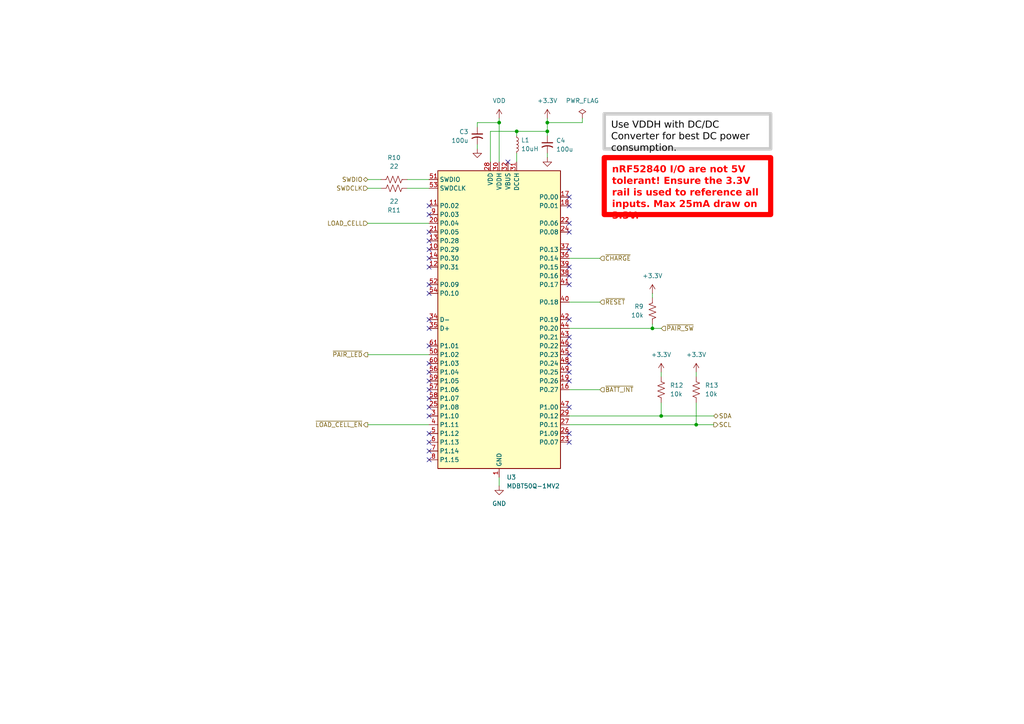
<source format=kicad_sch>
(kicad_sch (version 20250114) (generator "eeschema") (generator_version "9.0")
  (paper "A4")
  (title_block (title "Circuit 2") (rev "${REVISION}") (company "${COMPANY}"))
  (lib_symbols
    (symbol "Device:C_Small_US" (pin_numbers (hide yes)) (pin_names (offset 0.254) (hide yes))
      (property "Reference" "C" (at 0.254 1.778 0))
      (property "Value" "C_Small_US" (at 0.254 -2.032 0))
      (symbol "C_Small_US_0_1"
        (polyline (pts (xy -1.524 0.508) (xy 1.524 0.508)) (stroke (width 0.3048)))
        (arc (start -1.524 -0.762) (mid 0 -0.3734) (end 1.524 -0.762) (stroke (width 0.3048)))
      )
      (symbol "C_Small_US_1_1"
        (pin passive line (at 0 2.54 270) (length 2.032) (name "~") (number "1"))
        (pin passive line (at 0 -2.54 90) (length 2.032) (name "~") (number "2"))
      )
    )
    (symbol "Device:L_Small" (pin_numbers (hide yes)) (pin_names (offset 0.254) (hide yes))
      (property "Reference" "L" (at 0.762 1.016 0))
      (property "Value" "L_Small" (at 0.762 -1.016 0))
      (symbol "L_Small_0_1"
        (arc (start 0 2.032) (mid 0.5058 1.524) (end 0 1.016))
        (arc (start 0 1.016) (mid 0.5058 0.508) (end 0 0))
        (arc (start 0 0) (mid 0.5058 -0.508) (end 0 -1.016))
        (arc (start 0 -1.016) (mid 0.5058 -1.524) (end 0 -2.032))
      )
      (symbol "L_Small_1_1"
        (pin passive line (at 0 2.54 270) (length 0.508) (name "~") (number "1"))
        (pin passive line (at 0 -2.54 90) (length 0.508) (name "~") (number "2"))
      )
    )
    (symbol "Device:R_US" (pin_numbers (hide yes)) (pin_names (offset 0))
      (property "Reference" "R" (at 2.54 0 90))
      (property "Value" "R_US" (at -2.54 0 90))
      (symbol "R_US_0_1"
        (polyline (pts (xy 0 2.286) (xy 0 2.54)))
        (polyline (pts (xy 0 2.286) (xy 1.016 1.905) (xy 0 1.524) (xy -1.016 1.143) (xy 0 0.762)))
        (polyline (pts (xy 0 0.762) (xy 1.016 0.381) (xy 0 0) (xy -1.016 -0.381) (xy 0 -0.762)))
        (polyline (pts (xy 0 -0.762) (xy 1.016 -1.143) (xy 0 -1.524) (xy -1.016 -1.905) (xy 0 -2.286)))
        (polyline (pts (xy 0 -2.286) (xy 0 -2.54)))
      )
      (symbol "R_US_1_1"
        (pin passive line (at 0 3.81 270) (length 1.27) (name "~") (number "1"))
        (pin passive line (at 0 -3.81 90) (length 1.27) (name "~") (number "2"))
      )
    )
    (symbol "RF_Module:MDBT50Q-1MV2"
      (property "Reference" "U" (at 0 0 0))
      (property "Value" "MDBT50Q-1MV2" (at 0 -2.54 0))
      (symbol "MDBT50Q-1MV2_0_1"
        (rectangle (start -17.78 43.18) (end 17.78 -43.18) (stroke (width 0.254)) (fill (type background)))
      )
      (symbol "MDBT50Q-1MV2_1_1"
        (pin bidirectional line (at -20.32 40.64 0) (length 2.54) (name "SWDIO") (number "51"))
        (pin input line (at -20.32 38.1 0) (length 2.54) (name "SWDCLK") (number "53"))
        (pin bidirectional line (at -20.32 33.02 0) (length 2.54) (name "P0.02") (number "11"))
        (pin bidirectional line (at -20.32 30.48 0) (length 2.54) (name "P0.03") (number "9"))
        (pin bidirectional line (at -20.32 27.94 0) (length 2.54) (name "P0.04") (number "20"))
        (pin bidirectional line (at -20.32 25.4 0) (length 2.54) (name "P0.05") (number "21"))
        (pin bidirectional line (at -20.32 22.86 0) (length 2.54) (name "P0.28") (number "13"))
        (pin bidirectional line (at -20.32 20.32 0) (length 2.54) (name "P0.29") (number "10"))
        (pin bidirectional line (at -20.32 17.78 0) (length 2.54) (name "P0.30") (number "14"))
        (pin bidirectional line (at -20.32 15.24 0) (length 2.54) (name "P0.31") (number "12"))
        (pin bidirectional line (at -20.32 10.16 0) (length 2.54) (name "P0.09") (number "52"))
        (pin bidirectional line (at -20.32 7.62 0) (length 2.54) (name "P0.10") (number "54"))
        (pin bidirectional line (at -20.32 0 0) (length 2.54) (name "D-") (number "34"))
        (pin bidirectional line (at -20.32 -2.54 0) (length 2.54) (name "D+") (number "35"))
        (pin bidirectional line (at -20.32 -7.62 0) (length 2.54) (name "P1.01") (number "61"))
        (pin bidirectional line (at -20.32 -10.16 0) (length 2.54) (name "P1.02") (number "50"))
        (pin bidirectional line (at -20.32 -12.7 0) (length 2.54) (name "P1.03") (number "60"))
        (pin bidirectional line (at -20.32 -15.24 0) (length 2.54) (name "P1.04") (number "56"))
        (pin bidirectional line (at -20.32 -17.78 0) (length 2.54) (name "P1.05") (number "59"))
        (pin bidirectional line (at -20.32 -20.32 0) (length 2.54) (name "P1.06") (number "57"))
        (pin bidirectional line (at -20.32 -22.86 0) (length 2.54) (name "P1.07") (number "58"))
        (pin bidirectional line (at -20.32 -25.4 0) (length 2.54) (name "P1.08") (number "25"))
        (pin bidirectional line (at -20.32 -27.94 0) (length 2.54) (name "P1.10") (number "3"))
        (pin bidirectional line (at -20.32 -30.48 0) (length 2.54) (name "P1.11") (number "4"))
        (pin bidirectional line (at -20.32 -33.02 0) (length 2.54) (name "P1.12") (number "5"))
        (pin bidirectional line (at -20.32 -35.56 0) (length 2.54) (name "P1.13") (number "6"))
        (pin bidirectional line (at -20.32 -38.1 0) (length 2.54) (name "P1.14") (number "7"))
        (pin bidirectional line (at -20.32 -40.64 0) (length 2.54) (name "P1.15") (number "8"))
        (pin power_in line (at -2.54 45.72 270) (length 2.54) (name "VDD") (number "28"))
        (pin power_in line (at 0 45.72 270) (length 2.54) (name "VDDH") (number "30"))
        (pin power_in line (at 0 -45.72 90) (length 2.54) (name "GND") (number "1"))
        (pin passive line (at 0 -45.72 90) (length 2.54) (hide yes) (name "GND") (number "15"))
        (pin passive line (at 0 -45.72 90) (length 2.54) (hide yes) (name "GND") (number "2"))
        (pin passive line (at 0 -45.72 90) (length 2.54) (hide yes) (name "GND") (number "33"))
        (pin passive line (at 0 -45.72 90) (length 2.54) (hide yes) (name "GND") (number "55"))
        (pin power_in line (at 2.54 45.72 270) (length 2.54) (name "VBUS") (number "32"))
        (pin power_out line (at 5.08 45.72 270) (length 2.54) (name "DCCH") (number "31"))
        (pin bidirectional line (at 20.32 35.56 180) (length 2.54) (name "P0.00") (number "17"))
        (pin bidirectional line (at 20.32 33.02 180) (length 2.54) (name "P0.01") (number "18"))
        (pin bidirectional line (at 20.32 27.94 180) (length 2.54) (name "P0.06") (number "22"))
        (pin bidirectional line (at 20.32 25.4 180) (length 2.54) (name "P0.08") (number "24"))
        (pin bidirectional line (at 20.32 20.32 180) (length 2.54) (name "P0.13") (number "37"))
        (pin bidirectional line (at 20.32 17.78 180) (length 2.54) (name "P0.14") (number "36"))
        (pin bidirectional line (at 20.32 15.24 180) (length 2.54) (name "P0.15") (number "39"))
        (pin bidirectional line (at 20.32 12.7 180) (length 2.54) (name "P0.16") (number "38"))
        (pin bidirectional line (at 20.32 10.16 180) (length 2.54) (name "P0.17") (number "41"))
        (pin bidirectional line (at 20.32 5.08 180) (length 2.54) (name "P0.18") (number "40"))
        (pin bidirectional line (at 20.32 0 180) (length 2.54) (name "P0.19") (number "42"))
        (pin bidirectional line (at 20.32 -2.54 180) (length 2.54) (name "P0.20") (number "44"))
        (pin bidirectional line (at 20.32 -5.08 180) (length 2.54) (name "P0.21") (number "43"))
        (pin bidirectional line (at 20.32 -7.62 180) (length 2.54) (name "P0.22") (number "46"))
        (pin bidirectional line (at 20.32 -10.16 180) (length 2.54) (name "P0.23") (number "45"))
        (pin bidirectional line (at 20.32 -12.7 180) (length 2.54) (name "P0.24") (number "48"))
        (pin bidirectional line (at 20.32 -15.24 180) (length 2.54) (name "P0.25") (number "49"))
        (pin bidirectional line (at 20.32 -17.78 180) (length 2.54) (name "P0.26") (number "19"))
        (pin bidirectional line (at 20.32 -20.32 180) (length 2.54) (name "P0.27") (number "16"))
        (pin bidirectional line (at 20.32 -25.4 180) (length 2.54) (name "P1.00") (number "47"))
        (pin bidirectional line (at 20.32 -27.94 180) (length 2.54) (name "P0.12") (number "29"))
        (pin bidirectional line (at 20.32 -30.48 180) (length 2.54) (name "P0.11") (number "27"))
        (pin bidirectional line (at 20.32 -33.02 180) (length 2.54) (name "P1.09") (number "26"))
        (pin bidirectional line (at 20.32 -35.56 180) (length 2.54) (name "P0.07") (number "23"))
      )
    )
    (symbol "power:+3.3V" (power) (pin_numbers (hide yes)) (pin_names (offset 0) (hide yes))
      (property "Value" "+3.3V" (at 0 3.556 0))
      (symbol "+3.3V_0_1"
        (polyline (pts (xy -0.762 1.27) (xy 0 2.54)))
        (polyline (pts (xy 0 2.54) (xy 0.762 1.27)))
        (polyline (pts (xy 0 0) (xy 0 2.54)))
      )
      (symbol "+3.3V_1_1"
        (pin power_in line (at 0 0 90) (length 0) (name "~") (number "1"))
      )
    )
    (symbol "power:GND" (power) (pin_numbers (hide yes)) (pin_names (offset 0) (hide yes))
      (property "Value" "GND" (at 0 -3.81 0))
      (symbol "GND_0_1"
        (polyline (pts (xy 0 0) (xy 0 -1.27) (xy 1.27 -1.27) (xy 0 -2.54) (xy -1.27 -1.27) (xy 0 -1.27)))
      )
      (symbol "GND_1_1"
        (pin power_in line (at 0 0 270) (length 0) (name "~") (number "1"))
      )
    )
    (symbol "power:PWR_FLAG" (power) (pin_numbers (hide yes)) (pin_names (offset 0) (hide yes))
      (property "Value" "PWR_FLAG" (at 0 3.81 0))
      (symbol "PWR_FLAG_0_0"
        (pin power_out line (at 0 0 90) (length 0) (name "~") (number "1"))
      )
      (symbol "PWR_FLAG_0_1"
        (polyline (pts (xy 0 0) (xy 0 1.27) (xy -1.016 1.905) (xy 0 2.54) (xy 1.016 1.905) (xy 0 1.27)))
      )
    )
    (symbol "power:VDD" (power) (pin_numbers (hide yes)) (pin_names (offset 0) (hide yes))
      (property "Value" "VDD" (at 0 3.556 0))
      (symbol "VDD_0_1"
        (polyline (pts (xy -0.762 1.27) (xy 0 2.54)))
        (polyline (pts (xy 0 2.54) (xy 0.762 1.27)))
        (polyline (pts (xy 0 0) (xy 0 2.54)))
      )
      (symbol "VDD_1_1"
        (pin power_in line (at 0 0 90) (length 0) (name "~") (number "1"))
      )
    )
  )
  (text_box "Use VDDH with DC/DC Converter for best DC power consumption." (at 175.26 33.02 0) (size 48.26 10.16) (margins 2 2 2 2) (stroke (width 1) (color 200 200 200 1)) (effects (font (size 2 2)) (justify left top)))
  (text_box "nRF52840 I/O are not 5V tolerant! Ensure the 3.3V rail is used to reference all inputs. Max 25mA draw on 3.3V." (at 175.26 45.72 0) (size 48.26 16.51) (margins 2.25 2.25 2.25 2.25) (stroke (width 1.5) (color 255 0 0 1)) (effects (font (size 2 2) (thickness 0.4) (bold yes)) (justify left top)))
  (junction (at 149.86 38.1))
  (junction (at 189.23 95.25))
  (junction (at 191.77 120.65))
  (junction (at 144.78 35.56))
  (junction (at 158.75 38.1))
  (junction (at 201.93 123.19))
  (junction (at 158.75 35.56))
  (no_connect (at 124.46 100.33))
  (no_connect (at 124.46 133.35))
  (no_connect (at 165.1 72.39))
  (no_connect (at 124.46 115.57))
  (no_connect (at 124.46 125.73))
  (no_connect (at 165.1 59.69))
  (no_connect (at 124.46 67.31))
  (no_connect (at 165.1 67.31))
  (no_connect (at 165.1 125.73))
  (no_connect (at 165.1 97.79))
  (no_connect (at 124.46 59.69))
  (no_connect (at 165.1 118.11))
  (no_connect (at 165.1 77.47))
  (no_connect (at 124.46 92.71))
  (no_connect (at 165.1 64.77))
  (no_connect (at 124.46 95.25))
  (no_connect (at 124.46 62.23))
  (no_connect (at 165.1 105.41))
  (no_connect (at 165.1 82.55))
  (no_connect (at 165.1 128.27))
  (no_connect (at 124.46 113.03))
  (no_connect (at 165.1 102.87))
  (no_connect (at 124.46 74.93))
  (no_connect (at 124.46 110.49))
  (no_connect (at 124.46 107.95))
  (no_connect (at 124.46 85.09))
  (no_connect (at 124.46 118.11))
  (no_connect (at 165.1 107.95))
  (no_connect (at 124.46 69.85))
  (no_connect (at 124.46 72.39))
  (no_connect (at 124.46 120.65))
  (no_connect (at 124.46 128.27))
  (no_connect (at 165.1 57.15))
  (no_connect (at 124.46 82.55))
  (no_connect (at 165.1 92.71))
  (no_connect (at 165.1 100.33))
  (no_connect (at 124.46 77.47))
  (no_connect (at 165.1 110.49))
  (no_connect (at 165.1 80.01))
  (no_connect (at 124.46 105.41))
  (no_connect (at 124.46 130.81))
  (no_connect (at 147.32 46.99))
  (wire (pts (xy 158.75 39.37) (xy 158.75 38.1)))
  (wire (pts (xy 165.1 123.19) (xy 201.93 123.19)))
  (wire (pts (xy 165.1 95.25) (xy 189.23 95.25)))
  (wire (pts (xy 158.75 38.1) (xy 149.86 38.1)))
  (wire (pts (xy 165.1 87.63) (xy 173.99 87.63)))
  (wire (pts (xy 158.75 35.56) (xy 158.75 38.1)))
  (wire (pts (xy 138.43 36.83) (xy 138.43 35.56)))
  (wire (pts (xy 142.24 38.1) (xy 149.86 38.1)))
  (wire (pts (xy 158.75 34.29) (xy 158.75 35.56)))
  (wire (pts (xy 189.23 95.25) (xy 191.77 95.25)))
  (wire (pts (xy 149.86 38.1) (xy 149.86 39.37)))
  (wire (pts (xy 144.78 34.29) (xy 144.78 35.56)))
  (wire (pts (xy 149.86 44.45) (xy 149.86 46.99)))
  (wire (pts (xy 138.43 35.56) (xy 144.78 35.56)))
  (wire (pts (xy 138.43 41.91) (xy 138.43 43.18)))
  (wire (pts (xy 189.23 93.98) (xy 189.23 95.25)))
  (wire (pts (xy 165.1 120.65) (xy 191.77 120.65)))
  (wire (pts (xy 142.24 46.99) (xy 142.24 38.1)))
  (wire (pts (xy 191.77 107.95) (xy 191.77 109.22)))
  (wire (pts (xy 191.77 120.65) (xy 207.01 120.65)))
  (wire (pts (xy 201.93 107.95) (xy 201.93 109.22)))
  (wire (pts (xy 201.93 116.84) (xy 201.93 123.19)))
  (wire (pts (xy 106.68 102.87) (xy 124.46 102.87)))
  (wire (pts (xy 118.11 54.61) (xy 124.46 54.61)))
  (wire (pts (xy 189.23 85.09) (xy 189.23 86.36)))
  (wire (pts (xy 118.11 52.07) (xy 124.46 52.07)))
  (wire (pts (xy 144.78 138.43) (xy 144.78 140.97)))
  (wire (pts (xy 168.91 35.56) (xy 158.75 35.56)))
  (wire (pts (xy 191.77 116.84) (xy 191.77 120.65)))
  (wire (pts (xy 158.75 44.45) (xy 158.75 45.72)))
  (wire (pts (xy 106.68 64.77) (xy 124.46 64.77)))
  (wire (pts (xy 106.68 54.61) (xy 110.49 54.61)))
  (wire (pts (xy 106.68 123.19) (xy 124.46 123.19)))
  (wire (pts (xy 201.93 123.19) (xy 207.01 123.19)))
  (wire (pts (xy 144.78 35.56) (xy 144.78 46.99)))
  (wire (pts (xy 168.91 34.29) (xy 168.91 35.56)))
  (wire (pts (xy 165.1 113.03) (xy 173.99 113.03)))
  (wire (pts (xy 165.1 74.93) (xy 173.99 74.93)))
  (wire (pts (xy 106.68 52.07) (xy 110.49 52.07)))
  (hierarchical_label "SWDIO" (shape bidirectional) (at 106.68 52.07 180))
  (hierarchical_label "SDA" (shape bidirectional) (at 207.01 120.65 0))
  (hierarchical_label "~{RESET}" (shape input) (at 173.99 87.63 0))
  (hierarchical_label "SCL" (shape output) (at 207.01 123.19 0))
  (hierarchical_label "~{PAIR_LED}" (shape output) (at 106.68 102.87 180))
  (hierarchical_label "~{BATT_INT}" (shape input) (at 173.99 113.03 0))
  (hierarchical_label "SWDCLK" (shape input) (at 106.68 54.61 180))
  (hierarchical_label "~{LOAD_CELL_EN}" (shape output) (at 106.68 123.19 180))
  (hierarchical_label "~{CHARGE}" (shape input) (at 173.99 74.93 0))
  (hierarchical_label "LOAD_CELL" (shape input) (at 106.68 64.77 180))
  (hierarchical_label "~{PAIR_SW}" (shape input) (at 191.77 95.25 0))
  (symbol (lib_id "power:+3.3V") (at 201.93 107.95 0) (unit 1)
    (property "Reference" "#PWR019" (effects (hide yes)))
    (property "Value" "+3.3V" (at 201.93 102.87 0))
    (property "Description" "Power symbol creates a global label with name \"+3.3V\"" (effects (hide yes)))
  )
  (symbol (lib_id "Device:R_US") (at 191.77 113.03 0) (unit 1)
    (property "Reference" "R12" (at 194.31 111.7599 0) (effects (justify left)))
    (property "Value" "10k" (at 194.31 114.2999 0) (effects (justify left)))
    (property "Footprint" "Resistor_SMD:R_0603_1608Metric" (effects (hide yes)))
    (property "Datasheet" "https://www.royalohm.com/assets/pdf/products/smd/1.pdf" (effects (hide yes)))
    (property "Description" "Resistor, US symbol" (effects (hide yes)))
    (property "Manufacturer" "Uni-Royal" (effects (hide yes)))
    (property "Manufacturer PN" "0603WAF1002T5E" (effects (hide yes)))
    (property "LCSC" "C25804" (effects (hide yes)))
  )
  (symbol (lib_id "RF_Module:MDBT50Q-1MV2") (at 144.78 92.71 0) (unit 1)
    (property "Reference" "U3" (at 146.9233 138.43 0) (effects (justify left)))
    (property "Value" "MDBT50Q-1MV2" (at 146.9233 140.97 0) (effects (justify left)))
    (property "Footprint" "RF_Module:Raytac_MDBT50Q" (effects (hide yes)))
    (property "Datasheet" "https://www.raytac.com/download/index.php?index_id=43" (effects (hide yes)))
    (property "Description" "Multiprotocol BLE/ANT/2.4 GHz/802.15.4 Cortex-M4F SoC, nRF52840 module" (effects (hide yes)))
    (property "Manufacturer" "Raytac" (effects (hide yes)))
    (property "Manufacturer PN" "MDBT50Q-1MV2" (effects (hide yes)))
    (property "LCSC" "C5118826" (effects (hide yes)))
  )
  (symbol (lib_id "power:+3.3V") (at 189.23 85.09 0) (unit 1)
    (property "Reference" "#PWR012" (effects (hide yes)))
    (property "Value" "+3.3V" (at 189.23 80.01 0))
    (property "Description" "Power symbol creates a global label with name \"+3.3V\"" (effects (hide yes)))
  )
  (symbol (lib_id "Device:R_US") (at 114.3 54.61 90) (unit 1)
    (property "Reference" "R11" (at 114.3 60.96 90))
    (property "Value" "22" (at 114.3 58.42 90))
    (property "Footprint" "Resistor_SMD:R_0603_1608Metric" (effects (hide yes)))
    (property "Datasheet" "https://www.royalohm.com/assets/pdf/products/smd/1.pdf" (effects (hide yes)))
    (property "Description" "Resistor, US symbol" (effects (hide yes)))
    (property "Manufacturer" "Uni-Royal" (effects (hide yes)))
    (property "Manufacturer PN" "0603WAF220JT5E" (effects (hide yes)))
    (property "LCSC" "C23345" (effects (hide yes)))
  )
  (symbol (lib_id "power:+3.3V") (at 191.77 107.95 0) (unit 1)
    (property "Reference" "#PWR018" (effects (hide yes)))
    (property "Value" "+3.3V" (at 191.77 102.87 0))
    (property "Description" "Power symbol creates a global label with name \"+3.3V\"" (effects (hide yes)))
  )
  (symbol (lib_id "Device:R_US") (at 114.3 52.07 90) (unit 1)
    (property "Reference" "R10" (at 114.3 45.72 90))
    (property "Value" "22" (at 114.3 48.26 90))
    (property "Footprint" "Resistor_SMD:R_0603_1608Metric" (effects (hide yes)))
    (property "Datasheet" "https://www.royalohm.com/assets/pdf/products/smd/1.pdf" (effects (hide yes)))
    (property "Description" "Resistor, US symbol" (effects (hide yes)))
    (property "Manufacturer" "Uni-Royal" (effects (hide yes)))
    (property "Manufacturer PN" "0603WAF220JT5E" (effects (hide yes)))
    (property "LCSC" "C23345" (effects (hide yes)))
  )
  (symbol (lib_id "Device:L_Small") (at 149.86 41.91 0) (unit 1)
    (property "Reference" "L1" (at 151.13 40.6399 0) (effects (justify left)))
    (property "Value" "10uH" (at 151.13 43.1799 0) (effects (justify left)))
    (property "Footprint" "Inductor_SMD:L_0603_1608Metric" (effects (hide yes)))
    (property "Datasheet" "https://product.tdk.com/system/files/dam/doc/product/inductor/inductor/smd/catalog/inductor_commercial_decoupling_mlz1608_en.pdf" (effects (hide yes)))
    (property "Description" "Inductor, small symbol" (effects (hide yes)))
    (property "Manufacturer" "TDK" (effects (hide yes)))
    (property "Manufacturer PN" "MLZ1608M100WT000" (effects (hide yes)))
    (property "LCSC" "C76798" (effects (hide yes)))
  )
  (symbol (lib_id "power:+3.3V") (at 158.75 34.29 0) (unit 1)
    (property "Reference" "#PWR016" (effects (hide yes)))
    (property "Value" "+3.3V" (at 158.75 29.21 0))
    (property "Description" "Power symbol creates a global label with name \"+3.3V\"" (effects (hide yes)))
  )
  (symbol (lib_id "power:GND") (at 138.43 43.18 0) (unit 1)
    (property "Reference" "#PWR013" (effects (hide yes)))
    (property "Value" "GND" (effects (hide yes)))
    (property "Description" "Power symbol creates a global label with name \"GND\" , ground" (effects (hide yes)))
  )
  (symbol (lib_id "power:VDD") (at 144.78 34.29 0) (unit 1)
    (property "Reference" "#PWR014" (effects (hide yes)))
    (property "Value" "VDD" (at 144.78 29.21 0))
    (property "Description" "Power symbol creates a global label with name \"VDD\"" (effects (hide yes)))
  )
  (symbol (lib_id "Device:C_Small_US") (at 138.43 39.37 0) (mirror y) (unit 1)
    (property "Reference" "C3" (at 135.89 38.2269 0) (effects (justify left)))
    (property "Value" "100u" (at 135.89 40.7669 0) (effects (justify left)))
    (property "Footprint" "Capacitor_SMD:C_1206_3216Metric" (effects (hide yes)))
    (property "Datasheet" "https://weblib.samsungsem.com/mlcc/mlcc-ec-data-sheet.do?partNumber=CL31A107MQHNNNE" (effects (hide yes)))
    (property "Description" "capacitor, small US symbol" (effects (hide yes)))
    (property "LCSC" "C15008" (effects (hide yes)))
    (property "Manufacturer" "Samsung Electro-Mechanics" (effects (hide yes)))
    (property "Manufacturer PN" "CL31A107MQHNNNE" (effects (hide yes)))
  )
  (symbol (lib_id "power:GND") (at 158.75 45.72 0) (mirror y) (unit 1)
    (property "Reference" "#PWR017" (effects (hide yes)))
    (property "Value" "GND" (effects (hide yes)))
    (property "Description" "Power symbol creates a global label with name \"GND\" , ground" (effects (hide yes)))
  )
  (symbol (lib_id "Device:R_US") (at 189.23 90.17 0) (mirror y) (unit 1)
    (property "Reference" "R9" (at 186.69 88.8999 0) (effects (justify left)))
    (property "Value" "10k" (at 186.69 91.4399 0) (effects (justify left)))
    (property "Footprint" "Resistor_SMD:R_0603_1608Metric" (effects (hide yes)))
    (property "Datasheet" "https://www.royalohm.com/assets/pdf/products/smd/1.pdf" (effects (hide yes)))
    (property "Description" "Resistor, US symbol" (effects (hide yes)))
    (property "Manufacturer" "Uni-Royal" (effects (hide yes)))
    (property "Manufacturer PN" "0603WAF1002T5E" (effects (hide yes)))
    (property "LCSC" "C25804" (effects (hide yes)))
  )
  (symbol (lib_id "power:PWR_FLAG") (at 168.91 34.29 0) (unit 1)
    (property "Reference" "#FLG01" (effects (hide yes)))
    (property "Value" "PWR_FLAG" (at 168.91 29.21 0))
    (property "Description" "Special symbol for telling ERC where power comes from" (effects (hide yes)))
  )
  (symbol (lib_id "power:GND") (at 144.78 140.97 0) (unit 1)
    (property "Reference" "#PWR015" (effects (hide yes)))
    (property "Value" "GND" (at 144.78 146.05 0))
    (property "Description" "Power symbol creates a global label with name \"GND\" , ground" (effects (hide yes)))
  )
  (symbol (lib_id "Device:R_US") (at 201.93 113.03 0) (unit 1)
    (property "Reference" "R13" (at 204.47 111.7599 0) (effects (justify left)))
    (property "Value" "10k" (at 204.47 114.2999 0) (effects (justify left)))
    (property "Footprint" "Resistor_SMD:R_0603_1608Metric" (effects (hide yes)))
    (property "Datasheet" "https://www.royalohm.com/assets/pdf/products/smd/1.pdf" (effects (hide yes)))
    (property "Description" "Resistor, US symbol" (effects (hide yes)))
    (property "Manufacturer" "Uni-Royal" (effects (hide yes)))
    (property "Manufacturer PN" "0603WAF1002T5E" (effects (hide yes)))
    (property "LCSC" "C25804" (effects (hide yes)))
  )
  (symbol (lib_id "Device:C_Small_US") (at 158.75 41.91 0) (unit 1)
    (property "Reference" "C4" (at 161.29 40.7669 0) (effects (justify left)))
    (property "Value" "100u" (at 161.29 43.3069 0) (effects (justify left)))
    (property "Footprint" "Capacitor_SMD:C_1206_3216Metric" (effects (hide yes)))
    (property "Datasheet" "https://weblib.samsungsem.com/mlcc/mlcc-ec-data-sheet.do?partNumber=CL31A107MQHNNNE" (effects (hide yes)))
    (property "Description" "capacitor, small US symbol" (effects (hide yes)))
    (property "LCSC" "C15008" (effects (hide yes)))
    (property "Manufacturer" "Samsung Electro-Mechanics" (effects (hide yes)))
    (property "Manufacturer PN" "CL31A107MQHNNNE" (effects (hide yes)))
  )
)
</source>
